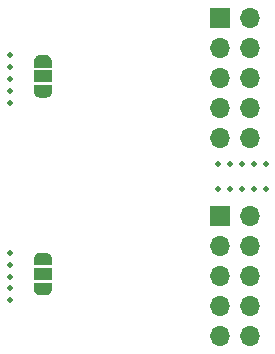
<source format=gbr>
%TF.GenerationSoftware,KiCad,Pcbnew,(5.1.9-0-10_14)*%
%TF.CreationDate,2021-03-23T19:07:49+01:00*%
%TF.ProjectId,itho_rv_sensor,6974686f-5f72-4765-9f73-656e736f722e,rev?*%
%TF.SameCoordinates,Original*%
%TF.FileFunction,Soldermask,Bot*%
%TF.FilePolarity,Negative*%
%FSLAX46Y46*%
G04 Gerber Fmt 4.6, Leading zero omitted, Abs format (unit mm)*
G04 Created by KiCad (PCBNEW (5.1.9-0-10_14)) date 2021-03-23 19:07:49*
%MOMM*%
%LPD*%
G01*
G04 APERTURE LIST*
%ADD10C,0.500000*%
%ADD11R,1.700000X1.700000*%
%ADD12O,1.700000X1.700000*%
%ADD13C,0.100000*%
%ADD14R,1.500000X1.000000*%
G04 APERTURE END LIST*
D10*
%TO.C,REF\u002A\u002A*%
X131906000Y-92692000D03*
X135906000Y-92692000D03*
X132906000Y-92692000D03*
X134906000Y-92692000D03*
X133906000Y-92692000D03*
X131906000Y-94792000D03*
X132906000Y-94792000D03*
X133906000Y-94792000D03*
X134906000Y-94792000D03*
X135906000Y-94792000D03*
%TD*%
D11*
%TO.C,J1*%
X132080000Y-97028000D03*
D12*
X134620000Y-97028000D03*
X132080000Y-99568000D03*
X134620000Y-99568000D03*
X132080000Y-102108000D03*
X134620000Y-102108000D03*
X132080000Y-104648000D03*
X134620000Y-104648000D03*
X132080000Y-107188000D03*
X134620000Y-107188000D03*
%TD*%
D13*
%TO.C,Address*%
G36*
X117801000Y-102731000D02*
G01*
X117801000Y-103281000D01*
X117800398Y-103281000D01*
X117800398Y-103305534D01*
X117795588Y-103354365D01*
X117786016Y-103402490D01*
X117771772Y-103449445D01*
X117752995Y-103494778D01*
X117729864Y-103538051D01*
X117702604Y-103578850D01*
X117671476Y-103616779D01*
X117636779Y-103651476D01*
X117598850Y-103682604D01*
X117558051Y-103709864D01*
X117514778Y-103732995D01*
X117469445Y-103751772D01*
X117422490Y-103766016D01*
X117374365Y-103775588D01*
X117325534Y-103780398D01*
X117301000Y-103780398D01*
X117301000Y-103781000D01*
X116801000Y-103781000D01*
X116801000Y-103780398D01*
X116776466Y-103780398D01*
X116727635Y-103775588D01*
X116679510Y-103766016D01*
X116632555Y-103751772D01*
X116587222Y-103732995D01*
X116543949Y-103709864D01*
X116503150Y-103682604D01*
X116465221Y-103651476D01*
X116430524Y-103616779D01*
X116399396Y-103578850D01*
X116372136Y-103538051D01*
X116349005Y-103494778D01*
X116330228Y-103449445D01*
X116315984Y-103402490D01*
X116306412Y-103354365D01*
X116301602Y-103305534D01*
X116301602Y-103281000D01*
X116301000Y-103281000D01*
X116301000Y-102731000D01*
X117801000Y-102731000D01*
G37*
G36*
X116301602Y-100681000D02*
G01*
X116301602Y-100656466D01*
X116306412Y-100607635D01*
X116315984Y-100559510D01*
X116330228Y-100512555D01*
X116349005Y-100467222D01*
X116372136Y-100423949D01*
X116399396Y-100383150D01*
X116430524Y-100345221D01*
X116465221Y-100310524D01*
X116503150Y-100279396D01*
X116543949Y-100252136D01*
X116587222Y-100229005D01*
X116632555Y-100210228D01*
X116679510Y-100195984D01*
X116727635Y-100186412D01*
X116776466Y-100181602D01*
X116801000Y-100181602D01*
X116801000Y-100181000D01*
X117301000Y-100181000D01*
X117301000Y-100181602D01*
X117325534Y-100181602D01*
X117374365Y-100186412D01*
X117422490Y-100195984D01*
X117469445Y-100210228D01*
X117514778Y-100229005D01*
X117558051Y-100252136D01*
X117598850Y-100279396D01*
X117636779Y-100310524D01*
X117671476Y-100345221D01*
X117702604Y-100383150D01*
X117729864Y-100423949D01*
X117752995Y-100467222D01*
X117771772Y-100512555D01*
X117786016Y-100559510D01*
X117795588Y-100607635D01*
X117800398Y-100656466D01*
X117800398Y-100681000D01*
X117801000Y-100681000D01*
X117801000Y-101231000D01*
X116301000Y-101231000D01*
X116301000Y-100681000D01*
X116301602Y-100681000D01*
G37*
D14*
X117051000Y-101981000D03*
%TD*%
D10*
%TO.C,REF\u002A\u002A*%
X114223000Y-102195000D03*
X114223000Y-103195000D03*
X114223000Y-101195000D03*
X114223000Y-104195000D03*
X114223000Y-100195000D03*
%TD*%
%TO.C,REF\u002A\u002A*%
X114223000Y-83465000D03*
X114223000Y-87465000D03*
X114223000Y-84465000D03*
X114223000Y-86465000D03*
X114223000Y-85465000D03*
%TD*%
D14*
%TO.C,Address*%
X117051000Y-85251000D03*
D13*
G36*
X116301602Y-83951000D02*
G01*
X116301602Y-83926466D01*
X116306412Y-83877635D01*
X116315984Y-83829510D01*
X116330228Y-83782555D01*
X116349005Y-83737222D01*
X116372136Y-83693949D01*
X116399396Y-83653150D01*
X116430524Y-83615221D01*
X116465221Y-83580524D01*
X116503150Y-83549396D01*
X116543949Y-83522136D01*
X116587222Y-83499005D01*
X116632555Y-83480228D01*
X116679510Y-83465984D01*
X116727635Y-83456412D01*
X116776466Y-83451602D01*
X116801000Y-83451602D01*
X116801000Y-83451000D01*
X117301000Y-83451000D01*
X117301000Y-83451602D01*
X117325534Y-83451602D01*
X117374365Y-83456412D01*
X117422490Y-83465984D01*
X117469445Y-83480228D01*
X117514778Y-83499005D01*
X117558051Y-83522136D01*
X117598850Y-83549396D01*
X117636779Y-83580524D01*
X117671476Y-83615221D01*
X117702604Y-83653150D01*
X117729864Y-83693949D01*
X117752995Y-83737222D01*
X117771772Y-83782555D01*
X117786016Y-83829510D01*
X117795588Y-83877635D01*
X117800398Y-83926466D01*
X117800398Y-83951000D01*
X117801000Y-83951000D01*
X117801000Y-84501000D01*
X116301000Y-84501000D01*
X116301000Y-83951000D01*
X116301602Y-83951000D01*
G37*
G36*
X117801000Y-86001000D02*
G01*
X117801000Y-86551000D01*
X117800398Y-86551000D01*
X117800398Y-86575534D01*
X117795588Y-86624365D01*
X117786016Y-86672490D01*
X117771772Y-86719445D01*
X117752995Y-86764778D01*
X117729864Y-86808051D01*
X117702604Y-86848850D01*
X117671476Y-86886779D01*
X117636779Y-86921476D01*
X117598850Y-86952604D01*
X117558051Y-86979864D01*
X117514778Y-87002995D01*
X117469445Y-87021772D01*
X117422490Y-87036016D01*
X117374365Y-87045588D01*
X117325534Y-87050398D01*
X117301000Y-87050398D01*
X117301000Y-87051000D01*
X116801000Y-87051000D01*
X116801000Y-87050398D01*
X116776466Y-87050398D01*
X116727635Y-87045588D01*
X116679510Y-87036016D01*
X116632555Y-87021772D01*
X116587222Y-87002995D01*
X116543949Y-86979864D01*
X116503150Y-86952604D01*
X116465221Y-86921476D01*
X116430524Y-86886779D01*
X116399396Y-86848850D01*
X116372136Y-86808051D01*
X116349005Y-86764778D01*
X116330228Y-86719445D01*
X116315984Y-86672490D01*
X116306412Y-86624365D01*
X116301602Y-86575534D01*
X116301602Y-86551000D01*
X116301000Y-86551000D01*
X116301000Y-86001000D01*
X117801000Y-86001000D01*
G37*
%TD*%
D12*
%TO.C,J1*%
X134620000Y-90458000D03*
X132080000Y-90458000D03*
X134620000Y-87918000D03*
X132080000Y-87918000D03*
X134620000Y-85378000D03*
X132080000Y-85378000D03*
X134620000Y-82838000D03*
X132080000Y-82838000D03*
X134620000Y-80298000D03*
D11*
X132080000Y-80298000D03*
%TD*%
M02*

</source>
